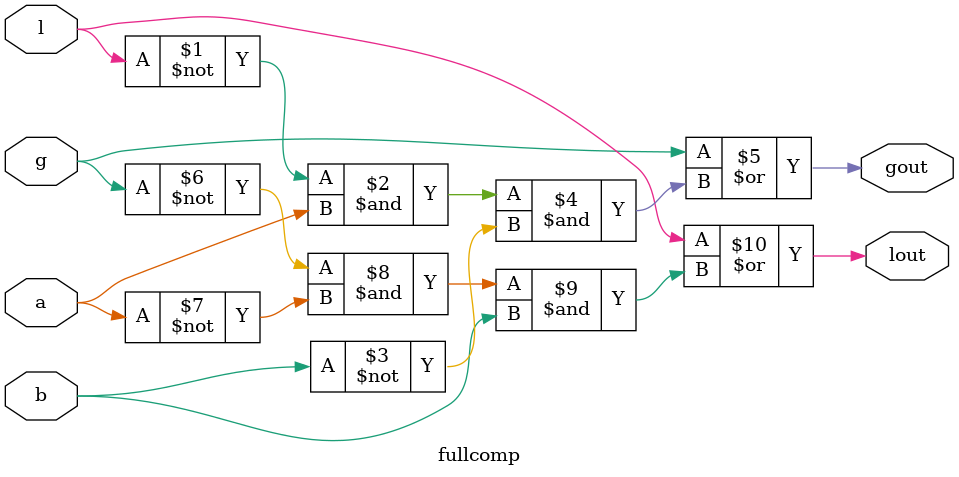
<source format=sv>
module test_comparator;
  logic [3:0] A, B, G, L;
  logic TC;
  comparator dut(.a(A), .b(B), .tc(TC), .gout(G), .lout(L));
  initial begin
      $monitor("%6d: A=%b, B=%b, G=%b, L=%b, TC=%b", $time, A, B, G, L, TC);
      TC = 0;
    repeat (2) begin
        A = 0;
        repeat (16) begin
            B = 0;
            repeat (15) begin
              #1 if (TC == 1'b1) begin
            if ($signed(B) < $signed(A)) assert(G > L);
            if ($signed(A) < $signed(B)) assert(G < L);
            if ($signed(A) == $signed(B)) assert(G == L);
              end else begin
                if (A > B) assert(G > L);
                if (B > A) assert(G < L);
                if (A == B) assert(G == L); 
              end  
               B = B + 4'b1;
              
            end
                 #1 if (TC == 1'b1) begin
            if ($signed(B) < $signed(A)) assert(G > L);
            if ($signed(A) < $signed(B)) assert(G < L);
            if ($signed(A) == $signed(B)) assert(G == L);
              end else begin
                if (A > B) assert(G > L);
                if (B > A) assert(G < L);
                if (A == B) assert(G == L); 
              end 
             if (A != 4'd15) A = A + 4'b1;
        end
      	TC = 1;
    end
    $finish;
 end
endmodule: test_comparator

module comparator (input [3:0] g, l, a, b, input tc, output [3:0] gout, lout);
  fullcomp fc3(.g(1'b0), .l(1'b0), .a(a[3] ^ tc), .b(b[3] ^ tc), .gout(gout[3]), .lout(lout[3]));
  	fullcomp fc2(.g(gout[3]), .l(lout[3]), .a(a[2]), .b(b[2]), .gout(gout[2]), .lout(lout[2]));
  	fullcomp fc1(.g(gout[2]), .l(lout[2]), .a(a[1]), .b(b[1]), .gout(gout[1]), .lout(lout[1]));
  	fullcomp fc0(.g(gout[1]), .l(lout[1]), .a(a[0]), .b(b[0]), .gout(gout[0]), .lout(lout[0]));    
endmodule: comparator
                 
module fullcomp(input g, l, a, b, output gout, lout);
    assign gout = g | ~l & a & ~b;          
    assign lout = l | ~g & ~a & b;
endmodule: fullcomp

</source>
